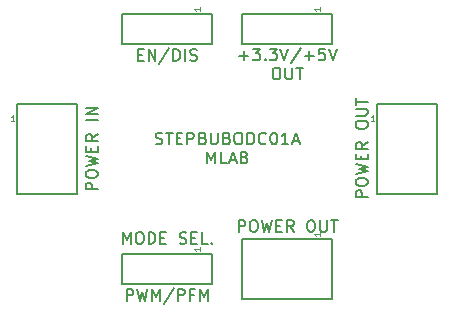
<source format=gbr>
%TF.GenerationSoftware,KiCad,Pcbnew,6.0.10+dfsg-1~bpo11+1*%
%TF.CreationDate,2023-01-18T23:49:38+00:00*%
%TF.ProjectId,STEPBUBODC01A,53544550-4255-4424-9f44-433031412e6b,rev?*%
%TF.SameCoordinates,Original*%
%TF.FileFunction,Legend,Top*%
%TF.FilePolarity,Positive*%
%FSLAX46Y46*%
G04 Gerber Fmt 4.6, Leading zero omitted, Abs format (unit mm)*
G04 Created by KiCad (PCBNEW 6.0.10+dfsg-1~bpo11+1) date 2023-01-18 23:49:38*
%MOMM*%
%LPD*%
G01*
G04 APERTURE LIST*
%ADD10C,0.150000*%
%ADD11C,0.050000*%
G04 APERTURE END LIST*
D10*
X143200952Y-93416380D02*
X143200952Y-92416380D01*
X143581904Y-92416380D01*
X143677142Y-92464000D01*
X143724761Y-92511619D01*
X143772380Y-92606857D01*
X143772380Y-92749714D01*
X143724761Y-92844952D01*
X143677142Y-92892571D01*
X143581904Y-92940190D01*
X143200952Y-92940190D01*
X144391428Y-92416380D02*
X144581904Y-92416380D01*
X144677142Y-92464000D01*
X144772380Y-92559238D01*
X144820000Y-92749714D01*
X144820000Y-93083047D01*
X144772380Y-93273523D01*
X144677142Y-93368761D01*
X144581904Y-93416380D01*
X144391428Y-93416380D01*
X144296190Y-93368761D01*
X144200952Y-93273523D01*
X144153333Y-93083047D01*
X144153333Y-92749714D01*
X144200952Y-92559238D01*
X144296190Y-92464000D01*
X144391428Y-92416380D01*
X145153333Y-92416380D02*
X145391428Y-93416380D01*
X145581904Y-92702095D01*
X145772380Y-93416380D01*
X146010476Y-92416380D01*
X146391428Y-92892571D02*
X146724761Y-92892571D01*
X146867619Y-93416380D02*
X146391428Y-93416380D01*
X146391428Y-92416380D01*
X146867619Y-92416380D01*
X147867619Y-93416380D02*
X147534285Y-92940190D01*
X147296190Y-93416380D02*
X147296190Y-92416380D01*
X147677142Y-92416380D01*
X147772380Y-92464000D01*
X147820000Y-92511619D01*
X147867619Y-92606857D01*
X147867619Y-92749714D01*
X147820000Y-92844952D01*
X147772380Y-92892571D01*
X147677142Y-92940190D01*
X147296190Y-92940190D01*
X149248571Y-92416380D02*
X149439047Y-92416380D01*
X149534285Y-92464000D01*
X149629523Y-92559238D01*
X149677142Y-92749714D01*
X149677142Y-93083047D01*
X149629523Y-93273523D01*
X149534285Y-93368761D01*
X149439047Y-93416380D01*
X149248571Y-93416380D01*
X149153333Y-93368761D01*
X149058095Y-93273523D01*
X149010476Y-93083047D01*
X149010476Y-92749714D01*
X149058095Y-92559238D01*
X149153333Y-92464000D01*
X149248571Y-92416380D01*
X150105714Y-92416380D02*
X150105714Y-93225904D01*
X150153333Y-93321142D01*
X150200952Y-93368761D01*
X150296190Y-93416380D01*
X150486666Y-93416380D01*
X150581904Y-93368761D01*
X150629523Y-93321142D01*
X150677142Y-93225904D01*
X150677142Y-92416380D01*
X151010476Y-92416380D02*
X151581904Y-92416380D01*
X151296190Y-93416380D02*
X151296190Y-92416380D01*
X136192380Y-85959761D02*
X136335238Y-86007380D01*
X136573333Y-86007380D01*
X136668571Y-85959761D01*
X136716190Y-85912142D01*
X136763809Y-85816904D01*
X136763809Y-85721666D01*
X136716190Y-85626428D01*
X136668571Y-85578809D01*
X136573333Y-85531190D01*
X136382857Y-85483571D01*
X136287619Y-85435952D01*
X136240000Y-85388333D01*
X136192380Y-85293095D01*
X136192380Y-85197857D01*
X136240000Y-85102619D01*
X136287619Y-85055000D01*
X136382857Y-85007380D01*
X136620952Y-85007380D01*
X136763809Y-85055000D01*
X137049523Y-85007380D02*
X137620952Y-85007380D01*
X137335238Y-86007380D02*
X137335238Y-85007380D01*
X137954285Y-85483571D02*
X138287619Y-85483571D01*
X138430476Y-86007380D02*
X137954285Y-86007380D01*
X137954285Y-85007380D01*
X138430476Y-85007380D01*
X138859047Y-86007380D02*
X138859047Y-85007380D01*
X139240000Y-85007380D01*
X139335238Y-85055000D01*
X139382857Y-85102619D01*
X139430476Y-85197857D01*
X139430476Y-85340714D01*
X139382857Y-85435952D01*
X139335238Y-85483571D01*
X139240000Y-85531190D01*
X138859047Y-85531190D01*
X140192380Y-85483571D02*
X140335238Y-85531190D01*
X140382857Y-85578809D01*
X140430476Y-85674047D01*
X140430476Y-85816904D01*
X140382857Y-85912142D01*
X140335238Y-85959761D01*
X140240000Y-86007380D01*
X139859047Y-86007380D01*
X139859047Y-85007380D01*
X140192380Y-85007380D01*
X140287619Y-85055000D01*
X140335238Y-85102619D01*
X140382857Y-85197857D01*
X140382857Y-85293095D01*
X140335238Y-85388333D01*
X140287619Y-85435952D01*
X140192380Y-85483571D01*
X139859047Y-85483571D01*
X140859047Y-85007380D02*
X140859047Y-85816904D01*
X140906666Y-85912142D01*
X140954285Y-85959761D01*
X141049523Y-86007380D01*
X141240000Y-86007380D01*
X141335238Y-85959761D01*
X141382857Y-85912142D01*
X141430476Y-85816904D01*
X141430476Y-85007380D01*
X142240000Y-85483571D02*
X142382857Y-85531190D01*
X142430476Y-85578809D01*
X142478095Y-85674047D01*
X142478095Y-85816904D01*
X142430476Y-85912142D01*
X142382857Y-85959761D01*
X142287619Y-86007380D01*
X141906666Y-86007380D01*
X141906666Y-85007380D01*
X142240000Y-85007380D01*
X142335238Y-85055000D01*
X142382857Y-85102619D01*
X142430476Y-85197857D01*
X142430476Y-85293095D01*
X142382857Y-85388333D01*
X142335238Y-85435952D01*
X142240000Y-85483571D01*
X141906666Y-85483571D01*
X143097142Y-85007380D02*
X143287619Y-85007380D01*
X143382857Y-85055000D01*
X143478095Y-85150238D01*
X143525714Y-85340714D01*
X143525714Y-85674047D01*
X143478095Y-85864523D01*
X143382857Y-85959761D01*
X143287619Y-86007380D01*
X143097142Y-86007380D01*
X143001904Y-85959761D01*
X142906666Y-85864523D01*
X142859047Y-85674047D01*
X142859047Y-85340714D01*
X142906666Y-85150238D01*
X143001904Y-85055000D01*
X143097142Y-85007380D01*
X143954285Y-86007380D02*
X143954285Y-85007380D01*
X144192380Y-85007380D01*
X144335238Y-85055000D01*
X144430476Y-85150238D01*
X144478095Y-85245476D01*
X144525714Y-85435952D01*
X144525714Y-85578809D01*
X144478095Y-85769285D01*
X144430476Y-85864523D01*
X144335238Y-85959761D01*
X144192380Y-86007380D01*
X143954285Y-86007380D01*
X145525714Y-85912142D02*
X145478095Y-85959761D01*
X145335238Y-86007380D01*
X145240000Y-86007380D01*
X145097142Y-85959761D01*
X145001904Y-85864523D01*
X144954285Y-85769285D01*
X144906666Y-85578809D01*
X144906666Y-85435952D01*
X144954285Y-85245476D01*
X145001904Y-85150238D01*
X145097142Y-85055000D01*
X145240000Y-85007380D01*
X145335238Y-85007380D01*
X145478095Y-85055000D01*
X145525714Y-85102619D01*
X146144761Y-85007380D02*
X146240000Y-85007380D01*
X146335238Y-85055000D01*
X146382857Y-85102619D01*
X146430476Y-85197857D01*
X146478095Y-85388333D01*
X146478095Y-85626428D01*
X146430476Y-85816904D01*
X146382857Y-85912142D01*
X146335238Y-85959761D01*
X146240000Y-86007380D01*
X146144761Y-86007380D01*
X146049523Y-85959761D01*
X146001904Y-85912142D01*
X145954285Y-85816904D01*
X145906666Y-85626428D01*
X145906666Y-85388333D01*
X145954285Y-85197857D01*
X146001904Y-85102619D01*
X146049523Y-85055000D01*
X146144761Y-85007380D01*
X147430476Y-86007380D02*
X146859047Y-86007380D01*
X147144761Y-86007380D02*
X147144761Y-85007380D01*
X147049523Y-85150238D01*
X146954285Y-85245476D01*
X146859047Y-85293095D01*
X147811428Y-85721666D02*
X148287619Y-85721666D01*
X147716190Y-86007380D02*
X148049523Y-85007380D01*
X148382857Y-86007380D01*
X140573333Y-87617380D02*
X140573333Y-86617380D01*
X140906666Y-87331666D01*
X141240000Y-86617380D01*
X141240000Y-87617380D01*
X142192380Y-87617380D02*
X141716190Y-87617380D01*
X141716190Y-86617380D01*
X142478095Y-87331666D02*
X142954285Y-87331666D01*
X142382857Y-87617380D02*
X142716190Y-86617380D01*
X143049523Y-87617380D01*
X143716190Y-87093571D02*
X143859047Y-87141190D01*
X143906666Y-87188809D01*
X143954285Y-87284047D01*
X143954285Y-87426904D01*
X143906666Y-87522142D01*
X143859047Y-87569761D01*
X143763809Y-87617380D01*
X143382857Y-87617380D01*
X143382857Y-86617380D01*
X143716190Y-86617380D01*
X143811428Y-86665000D01*
X143859047Y-86712619D01*
X143906666Y-86807857D01*
X143906666Y-86903095D01*
X143859047Y-86998333D01*
X143811428Y-87045952D01*
X143716190Y-87093571D01*
X143382857Y-87093571D01*
X143272380Y-78514428D02*
X144034285Y-78514428D01*
X143653333Y-78895380D02*
X143653333Y-78133476D01*
X144415238Y-77895380D02*
X145034285Y-77895380D01*
X144700952Y-78276333D01*
X144843809Y-78276333D01*
X144939047Y-78323952D01*
X144986666Y-78371571D01*
X145034285Y-78466809D01*
X145034285Y-78704904D01*
X144986666Y-78800142D01*
X144939047Y-78847761D01*
X144843809Y-78895380D01*
X144558095Y-78895380D01*
X144462857Y-78847761D01*
X144415238Y-78800142D01*
X145462857Y-78800142D02*
X145510476Y-78847761D01*
X145462857Y-78895380D01*
X145415238Y-78847761D01*
X145462857Y-78800142D01*
X145462857Y-78895380D01*
X145843809Y-77895380D02*
X146462857Y-77895380D01*
X146129523Y-78276333D01*
X146272380Y-78276333D01*
X146367619Y-78323952D01*
X146415238Y-78371571D01*
X146462857Y-78466809D01*
X146462857Y-78704904D01*
X146415238Y-78800142D01*
X146367619Y-78847761D01*
X146272380Y-78895380D01*
X145986666Y-78895380D01*
X145891428Y-78847761D01*
X145843809Y-78800142D01*
X146748571Y-77895380D02*
X147081904Y-78895380D01*
X147415238Y-77895380D01*
X148462857Y-77847761D02*
X147605714Y-79133476D01*
X148796190Y-78514428D02*
X149558095Y-78514428D01*
X149177142Y-78895380D02*
X149177142Y-78133476D01*
X150510476Y-77895380D02*
X150034285Y-77895380D01*
X149986666Y-78371571D01*
X150034285Y-78323952D01*
X150129523Y-78276333D01*
X150367619Y-78276333D01*
X150462857Y-78323952D01*
X150510476Y-78371571D01*
X150558095Y-78466809D01*
X150558095Y-78704904D01*
X150510476Y-78800142D01*
X150462857Y-78847761D01*
X150367619Y-78895380D01*
X150129523Y-78895380D01*
X150034285Y-78847761D01*
X149986666Y-78800142D01*
X150843809Y-77895380D02*
X151177142Y-78895380D01*
X151510476Y-77895380D01*
X146320000Y-79505380D02*
X146510476Y-79505380D01*
X146605714Y-79553000D01*
X146700952Y-79648238D01*
X146748571Y-79838714D01*
X146748571Y-80172047D01*
X146700952Y-80362523D01*
X146605714Y-80457761D01*
X146510476Y-80505380D01*
X146320000Y-80505380D01*
X146224761Y-80457761D01*
X146129523Y-80362523D01*
X146081904Y-80172047D01*
X146081904Y-79838714D01*
X146129523Y-79648238D01*
X146224761Y-79553000D01*
X146320000Y-79505380D01*
X147177142Y-79505380D02*
X147177142Y-80314904D01*
X147224761Y-80410142D01*
X147272380Y-80457761D01*
X147367619Y-80505380D01*
X147558095Y-80505380D01*
X147653333Y-80457761D01*
X147700952Y-80410142D01*
X147748571Y-80314904D01*
X147748571Y-79505380D01*
X148081904Y-79505380D02*
X148653333Y-79505380D01*
X148367619Y-80505380D02*
X148367619Y-79505380D01*
X134683809Y-78414571D02*
X135017142Y-78414571D01*
X135160000Y-78938380D02*
X134683809Y-78938380D01*
X134683809Y-77938380D01*
X135160000Y-77938380D01*
X135588571Y-78938380D02*
X135588571Y-77938380D01*
X136160000Y-78938380D01*
X136160000Y-77938380D01*
X137350476Y-77890761D02*
X136493333Y-79176476D01*
X137683809Y-78938380D02*
X137683809Y-77938380D01*
X137921904Y-77938380D01*
X138064761Y-77986000D01*
X138160000Y-78081238D01*
X138207619Y-78176476D01*
X138255238Y-78366952D01*
X138255238Y-78509809D01*
X138207619Y-78700285D01*
X138160000Y-78795523D01*
X138064761Y-78890761D01*
X137921904Y-78938380D01*
X137683809Y-78938380D01*
X138683809Y-78938380D02*
X138683809Y-77938380D01*
X139112380Y-78890761D02*
X139255238Y-78938380D01*
X139493333Y-78938380D01*
X139588571Y-78890761D01*
X139636190Y-78843142D01*
X139683809Y-78747904D01*
X139683809Y-78652666D01*
X139636190Y-78557428D01*
X139588571Y-78509809D01*
X139493333Y-78462190D01*
X139302857Y-78414571D01*
X139207619Y-78366952D01*
X139160000Y-78319333D01*
X139112380Y-78224095D01*
X139112380Y-78128857D01*
X139160000Y-78033619D01*
X139207619Y-77986000D01*
X139302857Y-77938380D01*
X139540952Y-77938380D01*
X139683809Y-77986000D01*
X154122380Y-90479047D02*
X153122380Y-90479047D01*
X153122380Y-90098095D01*
X153170000Y-90002857D01*
X153217619Y-89955238D01*
X153312857Y-89907619D01*
X153455714Y-89907619D01*
X153550952Y-89955238D01*
X153598571Y-90002857D01*
X153646190Y-90098095D01*
X153646190Y-90479047D01*
X153122380Y-89288571D02*
X153122380Y-89098095D01*
X153170000Y-89002857D01*
X153265238Y-88907619D01*
X153455714Y-88860000D01*
X153789047Y-88860000D01*
X153979523Y-88907619D01*
X154074761Y-89002857D01*
X154122380Y-89098095D01*
X154122380Y-89288571D01*
X154074761Y-89383809D01*
X153979523Y-89479047D01*
X153789047Y-89526666D01*
X153455714Y-89526666D01*
X153265238Y-89479047D01*
X153170000Y-89383809D01*
X153122380Y-89288571D01*
X153122380Y-88526666D02*
X154122380Y-88288571D01*
X153408095Y-88098095D01*
X154122380Y-87907619D01*
X153122380Y-87669523D01*
X153598571Y-87288571D02*
X153598571Y-86955238D01*
X154122380Y-86812380D02*
X154122380Y-87288571D01*
X153122380Y-87288571D01*
X153122380Y-86812380D01*
X154122380Y-85812380D02*
X153646190Y-86145714D01*
X154122380Y-86383809D02*
X153122380Y-86383809D01*
X153122380Y-86002857D01*
X153170000Y-85907619D01*
X153217619Y-85860000D01*
X153312857Y-85812380D01*
X153455714Y-85812380D01*
X153550952Y-85860000D01*
X153598571Y-85907619D01*
X153646190Y-86002857D01*
X153646190Y-86383809D01*
X153122380Y-84431428D02*
X153122380Y-84240952D01*
X153170000Y-84145714D01*
X153265238Y-84050476D01*
X153455714Y-84002857D01*
X153789047Y-84002857D01*
X153979523Y-84050476D01*
X154074761Y-84145714D01*
X154122380Y-84240952D01*
X154122380Y-84431428D01*
X154074761Y-84526666D01*
X153979523Y-84621904D01*
X153789047Y-84669523D01*
X153455714Y-84669523D01*
X153265238Y-84621904D01*
X153170000Y-84526666D01*
X153122380Y-84431428D01*
X153122380Y-83574285D02*
X153931904Y-83574285D01*
X154027142Y-83526666D01*
X154074761Y-83479047D01*
X154122380Y-83383809D01*
X154122380Y-83193333D01*
X154074761Y-83098095D01*
X154027142Y-83050476D01*
X153931904Y-83002857D01*
X153122380Y-83002857D01*
X153122380Y-82669523D02*
X153122380Y-82098095D01*
X154122380Y-82383809D02*
X153122380Y-82383809D01*
X131262380Y-89812380D02*
X130262380Y-89812380D01*
X130262380Y-89431428D01*
X130310000Y-89336190D01*
X130357619Y-89288571D01*
X130452857Y-89240952D01*
X130595714Y-89240952D01*
X130690952Y-89288571D01*
X130738571Y-89336190D01*
X130786190Y-89431428D01*
X130786190Y-89812380D01*
X130262380Y-88621904D02*
X130262380Y-88431428D01*
X130310000Y-88336190D01*
X130405238Y-88240952D01*
X130595714Y-88193333D01*
X130929047Y-88193333D01*
X131119523Y-88240952D01*
X131214761Y-88336190D01*
X131262380Y-88431428D01*
X131262380Y-88621904D01*
X131214761Y-88717142D01*
X131119523Y-88812380D01*
X130929047Y-88860000D01*
X130595714Y-88860000D01*
X130405238Y-88812380D01*
X130310000Y-88717142D01*
X130262380Y-88621904D01*
X130262380Y-87860000D02*
X131262380Y-87621904D01*
X130548095Y-87431428D01*
X131262380Y-87240952D01*
X130262380Y-87002857D01*
X130738571Y-86621904D02*
X130738571Y-86288571D01*
X131262380Y-86145714D02*
X131262380Y-86621904D01*
X130262380Y-86621904D01*
X130262380Y-86145714D01*
X131262380Y-85145714D02*
X130786190Y-85479047D01*
X131262380Y-85717142D02*
X130262380Y-85717142D01*
X130262380Y-85336190D01*
X130310000Y-85240952D01*
X130357619Y-85193333D01*
X130452857Y-85145714D01*
X130595714Y-85145714D01*
X130690952Y-85193333D01*
X130738571Y-85240952D01*
X130786190Y-85336190D01*
X130786190Y-85717142D01*
X131262380Y-83955238D02*
X130262380Y-83955238D01*
X131262380Y-83479047D02*
X130262380Y-83479047D01*
X131262380Y-82907619D01*
X130262380Y-82907619D01*
X133398095Y-94432380D02*
X133398095Y-93432380D01*
X133731428Y-94146666D01*
X134064761Y-93432380D01*
X134064761Y-94432380D01*
X134731428Y-93432380D02*
X134921904Y-93432380D01*
X135017142Y-93480000D01*
X135112380Y-93575238D01*
X135160000Y-93765714D01*
X135160000Y-94099047D01*
X135112380Y-94289523D01*
X135017142Y-94384761D01*
X134921904Y-94432380D01*
X134731428Y-94432380D01*
X134636190Y-94384761D01*
X134540952Y-94289523D01*
X134493333Y-94099047D01*
X134493333Y-93765714D01*
X134540952Y-93575238D01*
X134636190Y-93480000D01*
X134731428Y-93432380D01*
X135588571Y-94432380D02*
X135588571Y-93432380D01*
X135826666Y-93432380D01*
X135969523Y-93480000D01*
X136064761Y-93575238D01*
X136112380Y-93670476D01*
X136160000Y-93860952D01*
X136160000Y-94003809D01*
X136112380Y-94194285D01*
X136064761Y-94289523D01*
X135969523Y-94384761D01*
X135826666Y-94432380D01*
X135588571Y-94432380D01*
X136588571Y-93908571D02*
X136921904Y-93908571D01*
X137064761Y-94432380D02*
X136588571Y-94432380D01*
X136588571Y-93432380D01*
X137064761Y-93432380D01*
X138207619Y-94384761D02*
X138350476Y-94432380D01*
X138588571Y-94432380D01*
X138683809Y-94384761D01*
X138731428Y-94337142D01*
X138779047Y-94241904D01*
X138779047Y-94146666D01*
X138731428Y-94051428D01*
X138683809Y-94003809D01*
X138588571Y-93956190D01*
X138398095Y-93908571D01*
X138302857Y-93860952D01*
X138255238Y-93813333D01*
X138207619Y-93718095D01*
X138207619Y-93622857D01*
X138255238Y-93527619D01*
X138302857Y-93480000D01*
X138398095Y-93432380D01*
X138636190Y-93432380D01*
X138779047Y-93480000D01*
X139207619Y-93908571D02*
X139540952Y-93908571D01*
X139683809Y-94432380D02*
X139207619Y-94432380D01*
X139207619Y-93432380D01*
X139683809Y-93432380D01*
X140588571Y-94432380D02*
X140112380Y-94432380D01*
X140112380Y-93432380D01*
X140921904Y-94337142D02*
X140969523Y-94384761D01*
X140921904Y-94432380D01*
X140874285Y-94384761D01*
X140921904Y-94337142D01*
X140921904Y-94432380D01*
X133731428Y-99258380D02*
X133731428Y-98258380D01*
X134112380Y-98258380D01*
X134207619Y-98306000D01*
X134255238Y-98353619D01*
X134302857Y-98448857D01*
X134302857Y-98591714D01*
X134255238Y-98686952D01*
X134207619Y-98734571D01*
X134112380Y-98782190D01*
X133731428Y-98782190D01*
X134636190Y-98258380D02*
X134874285Y-99258380D01*
X135064761Y-98544095D01*
X135255238Y-99258380D01*
X135493333Y-98258380D01*
X135874285Y-99258380D02*
X135874285Y-98258380D01*
X136207619Y-98972666D01*
X136540952Y-98258380D01*
X136540952Y-99258380D01*
X137731428Y-98210761D02*
X136874285Y-99496476D01*
X138064761Y-99258380D02*
X138064761Y-98258380D01*
X138445714Y-98258380D01*
X138540952Y-98306000D01*
X138588571Y-98353619D01*
X138636190Y-98448857D01*
X138636190Y-98591714D01*
X138588571Y-98686952D01*
X138540952Y-98734571D01*
X138445714Y-98782190D01*
X138064761Y-98782190D01*
X139398095Y-98734571D02*
X139064761Y-98734571D01*
X139064761Y-99258380D02*
X139064761Y-98258380D01*
X139540952Y-98258380D01*
X139921904Y-99258380D02*
X139921904Y-98258380D01*
X140255238Y-98972666D01*
X140588571Y-98258380D01*
X140588571Y-99258380D01*
D11*
%TO.C,J4*%
X150086190Y-74406142D02*
X150086190Y-74691857D01*
X150086190Y-74549000D02*
X149586190Y-74549000D01*
X149657619Y-74596619D01*
X149705238Y-74644238D01*
X149729047Y-74691857D01*
%TO.C,J2*%
X124221857Y-84046190D02*
X123936142Y-84046190D01*
X124079000Y-84046190D02*
X124079000Y-83546190D01*
X124031380Y-83617619D01*
X123983761Y-83665238D01*
X123936142Y-83689047D01*
%TO.C,J1*%
X139926190Y-74406142D02*
X139926190Y-74691857D01*
X139926190Y-74549000D02*
X139426190Y-74549000D01*
X139497619Y-74596619D01*
X139545238Y-74644238D01*
X139569047Y-74691857D01*
%TO.C,J3*%
X139926190Y-94726142D02*
X139926190Y-95011857D01*
X139926190Y-94869000D02*
X139426190Y-94869000D01*
X139497619Y-94916619D01*
X139545238Y-94964238D01*
X139569047Y-95011857D01*
%TO.C,J5*%
X150086190Y-93456142D02*
X150086190Y-93741857D01*
X150086190Y-93599000D02*
X149586190Y-93599000D01*
X149657619Y-93646619D01*
X149705238Y-93694238D01*
X149729047Y-93741857D01*
%TO.C,J6*%
X154701857Y-84046190D02*
X154416142Y-84046190D01*
X154559000Y-84046190D02*
X154559000Y-83546190D01*
X154511380Y-83617619D01*
X154463761Y-83665238D01*
X154416142Y-83689047D01*
D10*
%TO.C,J4*%
X143510000Y-74930000D02*
X151130000Y-74930000D01*
X143510000Y-77470000D02*
X143510000Y-74930000D01*
X151130000Y-74930000D02*
X151130000Y-77470000D01*
X151130000Y-77470000D02*
X143510000Y-77470000D01*
%TO.C,J2*%
X129540000Y-90170000D02*
X124460000Y-90170000D01*
X124460000Y-90170000D02*
X124460000Y-82550000D01*
X124460000Y-82550000D02*
X129540000Y-82550000D01*
X129540000Y-82550000D02*
X129540000Y-90170000D01*
%TO.C,J1*%
X133350000Y-77470000D02*
X133350000Y-74930000D01*
X133350000Y-74930000D02*
X140970000Y-74930000D01*
X140970000Y-77470000D02*
X133350000Y-77470000D01*
X140970000Y-74930000D02*
X140970000Y-77470000D01*
%TO.C,J3*%
X140970000Y-97790000D02*
X133350000Y-97790000D01*
X133350000Y-97790000D02*
X133350000Y-95250000D01*
X140970000Y-95250000D02*
X140970000Y-97790000D01*
X133350000Y-95250000D02*
X140970000Y-95250000D01*
%TO.C,J5*%
X151130000Y-99060000D02*
X143510000Y-99060000D01*
X143510000Y-99060000D02*
X143510000Y-93980000D01*
X151130000Y-93980000D02*
X151130000Y-99060000D01*
X143510000Y-93980000D02*
X151130000Y-93980000D01*
%TO.C,J6*%
X160020000Y-82550000D02*
X160020000Y-90170000D01*
X154940000Y-90170000D02*
X154940000Y-82550000D01*
X160020000Y-90170000D02*
X154940000Y-90170000D01*
X154940000Y-82550000D02*
X160020000Y-82550000D01*
%TD*%
M02*

</source>
